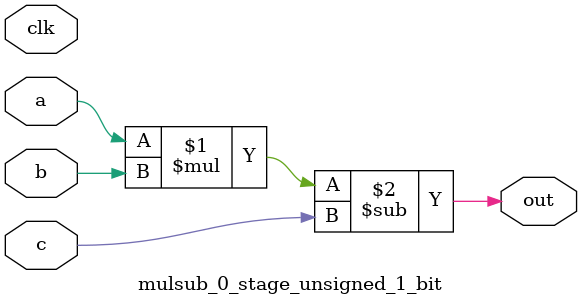
<source format=sv>
(* use_dsp = "yes" *) module mulsub_0_stage_unsigned_1_bit(
	input  [0:0] a,
	input  [0:0] b,
	input  [0:0] c,
	output [0:0] out,
	input clk);

	assign out = (a * b) - c;
endmodule

</source>
